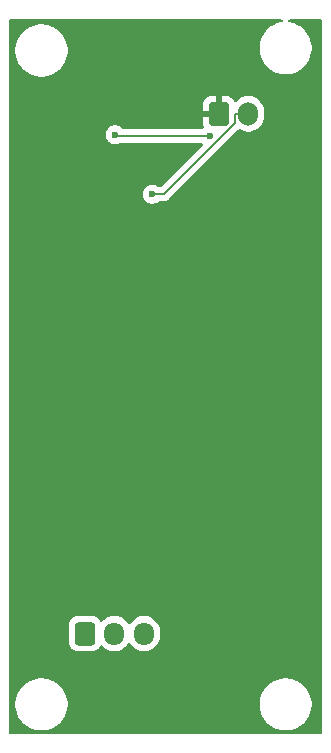
<source format=gbr>
%TF.GenerationSoftware,KiCad,Pcbnew,9.0.4*%
%TF.CreationDate,2025-10-23T14:08:18-04:00*%
%TF.ProjectId,BMS,424d532e-6b69-4636-9164-5f7063625858,rev?*%
%TF.SameCoordinates,Original*%
%TF.FileFunction,Copper,L2,Bot*%
%TF.FilePolarity,Positive*%
%FSLAX46Y46*%
G04 Gerber Fmt 4.6, Leading zero omitted, Abs format (unit mm)*
G04 Created by KiCad (PCBNEW 9.0.4) date 2025-10-23 14:08:18*
%MOMM*%
%LPD*%
G01*
G04 APERTURE LIST*
G04 Aperture macros list*
%AMRoundRect*
0 Rectangle with rounded corners*
0 $1 Rounding radius*
0 $2 $3 $4 $5 $6 $7 $8 $9 X,Y pos of 4 corners*
0 Add a 4 corners polygon primitive as box body*
4,1,4,$2,$3,$4,$5,$6,$7,$8,$9,$2,$3,0*
0 Add four circle primitives for the rounded corners*
1,1,$1+$1,$2,$3*
1,1,$1+$1,$4,$5*
1,1,$1+$1,$6,$7*
1,1,$1+$1,$8,$9*
0 Add four rect primitives between the rounded corners*
20,1,$1+$1,$2,$3,$4,$5,0*
20,1,$1+$1,$4,$5,$6,$7,0*
20,1,$1+$1,$6,$7,$8,$9,0*
20,1,$1+$1,$8,$9,$2,$3,0*%
G04 Aperture macros list end*
%TA.AperFunction,ComponentPad*%
%ADD10RoundRect,0.250000X-0.600000X-0.750000X0.600000X-0.750000X0.600000X0.750000X-0.600000X0.750000X0*%
%TD*%
%TA.AperFunction,ComponentPad*%
%ADD11O,1.700000X2.000000*%
%TD*%
%TA.AperFunction,ComponentPad*%
%ADD12RoundRect,0.250000X-0.600000X-0.725000X0.600000X-0.725000X0.600000X0.725000X-0.600000X0.725000X0*%
%TD*%
%TA.AperFunction,ComponentPad*%
%ADD13O,1.700000X1.950000*%
%TD*%
%TA.AperFunction,ViaPad*%
%ADD14C,0.600000*%
%TD*%
%TA.AperFunction,Conductor*%
%ADD15C,0.200000*%
%TD*%
G04 APERTURE END LIST*
D10*
%TO.P,J2,1,Pin_1*%
%TO.N,GND*%
X151000000Y-69000000D03*
D11*
%TO.P,J2,2,Pin_2*%
%TO.N,Net-(J1-Pin_1)*%
X153500000Y-69000000D03*
%TD*%
D12*
%TO.P,J1,1,Pin_1*%
%TO.N,Net-(J1-Pin_1)*%
X139675000Y-113000000D03*
D13*
%TO.P,J1,2,Pin_2*%
%TO.N,Net-(J1-Pin_2)*%
X142175000Y-113000000D03*
%TO.P,J1,3,Pin_3*%
%TO.N,Net-(J1-Pin_3)*%
X144675000Y-113000000D03*
%TD*%
D14*
%TO.N,Net-(J1-Pin_1)*%
X145368800Y-75807200D03*
%TO.N,GND*%
X157226000Y-78130400D03*
X134467600Y-76149200D03*
X138938000Y-94030800D03*
X134366000Y-69342000D03*
X155041600Y-75285600D03*
X153060400Y-76962000D03*
X134823200Y-108864400D03*
X134467600Y-84226400D03*
X142087600Y-78282800D03*
X140360400Y-87528400D03*
X152146000Y-115316000D03*
X151231600Y-63550800D03*
X147320000Y-80314800D03*
X150114000Y-93116400D03*
X150215600Y-108508800D03*
X147472400Y-86918800D03*
X145542000Y-64363600D03*
X158394400Y-83058000D03*
X157784800Y-109169200D03*
X141478000Y-83312000D03*
X150012400Y-79400400D03*
X157327600Y-113893600D03*
X142595600Y-73812400D03*
X142189200Y-80873600D03*
X147320000Y-69392800D03*
X140817600Y-62890400D03*
X134315200Y-91186000D03*
X147421600Y-91490800D03*
X157784800Y-92659200D03*
X148183600Y-106273600D03*
X147878800Y-71983600D03*
X134315200Y-99110800D03*
%TO.N,Net-(Q1-D)*%
X142228200Y-70776300D03*
X150254800Y-70844400D03*
%TD*%
D15*
%TO.N,Net-(J1-Pin_1)*%
X152348300Y-69791800D02*
X146332900Y-75807200D01*
X152348300Y-69000000D02*
X152348300Y-69791800D01*
X146332900Y-75807200D02*
X145368800Y-75807200D01*
X153500000Y-69000000D02*
X152348300Y-69000000D01*
%TO.N,Net-(Q1-D)*%
X150254800Y-70844400D02*
X142296300Y-70844400D01*
X142296300Y-70844400D02*
X142228200Y-70776300D01*
%TD*%
%TA.AperFunction,Conductor*%
%TO.N,GND*%
G36*
X156376164Y-61020185D02*
G01*
X156421919Y-61072989D01*
X156431863Y-61142147D01*
X156402838Y-61205703D01*
X156344060Y-61243477D01*
X156325312Y-61247438D01*
X156235081Y-61259318D01*
X155955222Y-61334305D01*
X155687547Y-61445180D01*
X155687536Y-61445185D01*
X155436624Y-61590051D01*
X155206770Y-61766423D01*
X155206763Y-61766429D01*
X155001901Y-61971291D01*
X155001895Y-61971298D01*
X154825523Y-62201152D01*
X154680657Y-62452064D01*
X154680652Y-62452075D01*
X154569777Y-62719750D01*
X154494790Y-62999609D01*
X154456972Y-63286854D01*
X154456972Y-63576601D01*
X154483723Y-63779787D01*
X154494790Y-63863847D01*
X154522237Y-63966281D01*
X154569777Y-64143705D01*
X154680652Y-64411380D01*
X154680657Y-64411391D01*
X154710318Y-64462764D01*
X154825520Y-64662299D01*
X154825522Y-64662302D01*
X154825523Y-64662303D01*
X155001895Y-64892157D01*
X155001901Y-64892164D01*
X155206763Y-65097026D01*
X155206769Y-65097031D01*
X155436629Y-65273408D01*
X155597893Y-65366514D01*
X155687536Y-65418270D01*
X155687541Y-65418272D01*
X155687544Y-65418274D01*
X155955221Y-65529150D01*
X156235081Y-65604138D01*
X156522334Y-65641956D01*
X156522341Y-65641956D01*
X156812059Y-65641956D01*
X156812066Y-65641956D01*
X157099319Y-65604138D01*
X157379179Y-65529150D01*
X157646856Y-65418274D01*
X157897771Y-65273408D01*
X158127631Y-65097031D01*
X158332503Y-64892159D01*
X158508880Y-64662299D01*
X158653746Y-64411384D01*
X158764622Y-64143707D01*
X158839610Y-63863847D01*
X158877428Y-63576594D01*
X158877428Y-63286862D01*
X158839610Y-62999609D01*
X158764622Y-62719749D01*
X158653746Y-62452072D01*
X158653744Y-62452069D01*
X158653742Y-62452064D01*
X158601986Y-62362421D01*
X158508880Y-62201157D01*
X158332503Y-61971297D01*
X158332498Y-61971291D01*
X158127636Y-61766429D01*
X158127629Y-61766423D01*
X157897775Y-61590051D01*
X157897774Y-61590050D01*
X157897771Y-61590048D01*
X157797732Y-61532290D01*
X157646863Y-61445185D01*
X157646852Y-61445180D01*
X157379177Y-61334305D01*
X157201753Y-61286765D01*
X157099319Y-61259318D01*
X157009088Y-61247438D01*
X156945193Y-61219172D01*
X156906722Y-61160848D01*
X156905891Y-61090983D01*
X156942963Y-61031760D01*
X157006169Y-61001981D01*
X157025275Y-61000500D01*
X159625500Y-61000500D01*
X159692539Y-61020185D01*
X159738294Y-61072989D01*
X159749500Y-61124500D01*
X159749500Y-121375500D01*
X159729815Y-121442539D01*
X159677011Y-121488294D01*
X159625500Y-121499500D01*
X133374500Y-121499500D01*
X133307461Y-121479815D01*
X133261706Y-121427011D01*
X133250500Y-121375500D01*
X133250500Y-118855126D01*
X133789772Y-118855126D01*
X133789772Y-119144873D01*
X133827590Y-119432118D01*
X133902577Y-119711977D01*
X134013452Y-119979652D01*
X134013457Y-119979663D01*
X134043118Y-120031036D01*
X134158320Y-120230571D01*
X134158322Y-120230574D01*
X134158323Y-120230575D01*
X134334695Y-120460429D01*
X134334701Y-120460436D01*
X134539563Y-120665298D01*
X134539569Y-120665303D01*
X134769429Y-120841680D01*
X134930693Y-120934786D01*
X135020336Y-120986542D01*
X135020341Y-120986544D01*
X135020344Y-120986546D01*
X135288021Y-121097422D01*
X135567881Y-121172410D01*
X135855134Y-121210228D01*
X135855141Y-121210228D01*
X136144859Y-121210228D01*
X136144866Y-121210228D01*
X136432119Y-121172410D01*
X136711979Y-121097422D01*
X136979656Y-120986546D01*
X137230571Y-120841680D01*
X137460431Y-120665303D01*
X137665303Y-120460431D01*
X137841680Y-120230571D01*
X137986546Y-119979656D01*
X138097422Y-119711979D01*
X138172410Y-119432119D01*
X138210228Y-119144866D01*
X138210228Y-118855134D01*
X138210227Y-118855126D01*
X154456972Y-118855126D01*
X154456972Y-119144873D01*
X154494790Y-119432118D01*
X154569777Y-119711977D01*
X154680652Y-119979652D01*
X154680657Y-119979663D01*
X154710318Y-120031036D01*
X154825520Y-120230571D01*
X154825522Y-120230574D01*
X154825523Y-120230575D01*
X155001895Y-120460429D01*
X155001901Y-120460436D01*
X155206763Y-120665298D01*
X155206769Y-120665303D01*
X155436629Y-120841680D01*
X155597893Y-120934786D01*
X155687536Y-120986542D01*
X155687541Y-120986544D01*
X155687544Y-120986546D01*
X155955221Y-121097422D01*
X156235081Y-121172410D01*
X156522334Y-121210228D01*
X156522341Y-121210228D01*
X156812059Y-121210228D01*
X156812066Y-121210228D01*
X157099319Y-121172410D01*
X157379179Y-121097422D01*
X157646856Y-120986546D01*
X157897771Y-120841680D01*
X158127631Y-120665303D01*
X158332503Y-120460431D01*
X158508880Y-120230571D01*
X158653746Y-119979656D01*
X158764622Y-119711979D01*
X158839610Y-119432119D01*
X158877428Y-119144866D01*
X158877428Y-118855134D01*
X158839610Y-118567881D01*
X158764622Y-118288021D01*
X158653746Y-118020344D01*
X158653744Y-118020341D01*
X158653742Y-118020336D01*
X158601986Y-117930693D01*
X158508880Y-117769429D01*
X158332503Y-117539569D01*
X158332498Y-117539563D01*
X158127636Y-117334701D01*
X158127629Y-117334695D01*
X157897775Y-117158323D01*
X157897774Y-117158322D01*
X157897771Y-117158320D01*
X157797732Y-117100562D01*
X157646863Y-117013457D01*
X157646852Y-117013452D01*
X157379177Y-116902577D01*
X157201753Y-116855037D01*
X157099319Y-116827590D01*
X157063412Y-116822862D01*
X156812073Y-116789772D01*
X156812066Y-116789772D01*
X156522334Y-116789772D01*
X156522326Y-116789772D01*
X156235081Y-116827590D01*
X155955222Y-116902577D01*
X155687547Y-117013452D01*
X155687536Y-117013457D01*
X155436624Y-117158323D01*
X155206770Y-117334695D01*
X155206763Y-117334701D01*
X155001901Y-117539563D01*
X155001895Y-117539570D01*
X154825523Y-117769424D01*
X154680657Y-118020336D01*
X154680652Y-118020347D01*
X154569777Y-118288022D01*
X154494790Y-118567881D01*
X154456972Y-118855126D01*
X138210227Y-118855126D01*
X138172410Y-118567881D01*
X138097422Y-118288021D01*
X137986546Y-118020344D01*
X137986544Y-118020341D01*
X137986542Y-118020336D01*
X137934786Y-117930693D01*
X137841680Y-117769429D01*
X137665303Y-117539569D01*
X137665298Y-117539563D01*
X137460436Y-117334701D01*
X137460429Y-117334695D01*
X137230575Y-117158323D01*
X137230574Y-117158322D01*
X137230571Y-117158320D01*
X137130532Y-117100562D01*
X136979663Y-117013457D01*
X136979652Y-117013452D01*
X136711977Y-116902577D01*
X136534553Y-116855037D01*
X136432119Y-116827590D01*
X136396212Y-116822862D01*
X136144873Y-116789772D01*
X136144866Y-116789772D01*
X135855134Y-116789772D01*
X135855126Y-116789772D01*
X135567881Y-116827590D01*
X135288022Y-116902577D01*
X135020347Y-117013452D01*
X135020336Y-117013457D01*
X134769424Y-117158323D01*
X134539570Y-117334695D01*
X134539563Y-117334701D01*
X134334701Y-117539563D01*
X134334695Y-117539570D01*
X134158323Y-117769424D01*
X134013457Y-118020336D01*
X134013452Y-118020347D01*
X133902577Y-118288022D01*
X133827590Y-118567881D01*
X133789772Y-118855126D01*
X133250500Y-118855126D01*
X133250500Y-112224983D01*
X138324500Y-112224983D01*
X138324500Y-113775001D01*
X138324501Y-113775018D01*
X138335000Y-113877796D01*
X138335001Y-113877799D01*
X138380894Y-114016294D01*
X138390186Y-114044334D01*
X138482288Y-114193656D01*
X138606344Y-114317712D01*
X138755666Y-114409814D01*
X138922203Y-114464999D01*
X139024991Y-114475500D01*
X140325008Y-114475499D01*
X140427797Y-114464999D01*
X140594334Y-114409814D01*
X140743656Y-114317712D01*
X140867712Y-114193656D01*
X140959814Y-114044334D01*
X140959814Y-114044331D01*
X140963178Y-114038879D01*
X141015126Y-113992154D01*
X141084088Y-113980931D01*
X141148170Y-114008774D01*
X141156398Y-114016294D01*
X141295213Y-114155109D01*
X141467179Y-114280048D01*
X141467181Y-114280049D01*
X141467184Y-114280051D01*
X141656588Y-114376557D01*
X141858757Y-114442246D01*
X142068713Y-114475500D01*
X142068714Y-114475500D01*
X142281286Y-114475500D01*
X142281287Y-114475500D01*
X142491243Y-114442246D01*
X142693412Y-114376557D01*
X142882816Y-114280051D01*
X142904789Y-114264086D01*
X143054786Y-114155109D01*
X143054788Y-114155106D01*
X143054792Y-114155104D01*
X143205104Y-114004792D01*
X143324683Y-113840204D01*
X143380011Y-113797540D01*
X143449624Y-113791561D01*
X143511420Y-113824166D01*
X143525313Y-113840199D01*
X143627560Y-113980931D01*
X143644896Y-114004792D01*
X143795213Y-114155109D01*
X143967179Y-114280048D01*
X143967181Y-114280049D01*
X143967184Y-114280051D01*
X144156588Y-114376557D01*
X144358757Y-114442246D01*
X144568713Y-114475500D01*
X144568714Y-114475500D01*
X144781286Y-114475500D01*
X144781287Y-114475500D01*
X144991243Y-114442246D01*
X145193412Y-114376557D01*
X145382816Y-114280051D01*
X145404789Y-114264086D01*
X145554786Y-114155109D01*
X145554788Y-114155106D01*
X145554792Y-114155104D01*
X145705104Y-114004792D01*
X145705106Y-114004788D01*
X145705109Y-114004786D01*
X145830048Y-113832820D01*
X145830047Y-113832820D01*
X145830051Y-113832816D01*
X145926557Y-113643412D01*
X145992246Y-113441243D01*
X146025500Y-113231287D01*
X146025500Y-112768713D01*
X145992246Y-112558757D01*
X145926557Y-112356588D01*
X145830051Y-112167184D01*
X145830049Y-112167181D01*
X145830048Y-112167179D01*
X145705109Y-111995213D01*
X145554786Y-111844890D01*
X145382820Y-111719951D01*
X145193414Y-111623444D01*
X145193413Y-111623443D01*
X145193412Y-111623443D01*
X144991243Y-111557754D01*
X144991241Y-111557753D01*
X144991240Y-111557753D01*
X144829957Y-111532208D01*
X144781287Y-111524500D01*
X144568713Y-111524500D01*
X144520042Y-111532208D01*
X144358760Y-111557753D01*
X144156585Y-111623444D01*
X143967179Y-111719951D01*
X143795213Y-111844890D01*
X143644894Y-111995209D01*
X143644890Y-111995214D01*
X143525318Y-112159793D01*
X143469989Y-112202459D01*
X143400375Y-112208438D01*
X143338580Y-112175833D01*
X143324682Y-112159793D01*
X143205109Y-111995214D01*
X143205105Y-111995209D01*
X143054786Y-111844890D01*
X142882820Y-111719951D01*
X142693414Y-111623444D01*
X142693413Y-111623443D01*
X142693412Y-111623443D01*
X142491243Y-111557754D01*
X142491241Y-111557753D01*
X142491240Y-111557753D01*
X142329957Y-111532208D01*
X142281287Y-111524500D01*
X142068713Y-111524500D01*
X142020042Y-111532208D01*
X141858760Y-111557753D01*
X141656585Y-111623444D01*
X141467179Y-111719951D01*
X141295215Y-111844889D01*
X141156398Y-111983706D01*
X141095075Y-112017190D01*
X141025383Y-112012206D01*
X140969450Y-111970334D01*
X140963178Y-111961120D01*
X140867712Y-111806344D01*
X140743657Y-111682289D01*
X140743656Y-111682288D01*
X140594334Y-111590186D01*
X140427797Y-111535001D01*
X140427795Y-111535000D01*
X140325010Y-111524500D01*
X139024998Y-111524500D01*
X139024981Y-111524501D01*
X138922203Y-111535000D01*
X138922200Y-111535001D01*
X138755668Y-111590185D01*
X138755663Y-111590187D01*
X138606342Y-111682289D01*
X138482289Y-111806342D01*
X138390187Y-111955663D01*
X138390185Y-111955668D01*
X138385325Y-111970334D01*
X138335001Y-112122203D01*
X138335001Y-112122204D01*
X138335000Y-112122204D01*
X138324500Y-112224983D01*
X133250500Y-112224983D01*
X133250500Y-70697453D01*
X141427700Y-70697453D01*
X141427700Y-70855146D01*
X141458461Y-71009789D01*
X141458464Y-71009801D01*
X141518802Y-71155472D01*
X141518809Y-71155485D01*
X141606410Y-71286588D01*
X141606413Y-71286592D01*
X141717907Y-71398086D01*
X141717911Y-71398089D01*
X141849014Y-71485690D01*
X141849027Y-71485697D01*
X141994698Y-71546035D01*
X141994703Y-71546037D01*
X142149353Y-71576799D01*
X142149356Y-71576800D01*
X142149358Y-71576800D01*
X142307044Y-71576800D01*
X142307045Y-71576799D01*
X142461697Y-71546037D01*
X142607379Y-71485694D01*
X142637155Y-71465797D01*
X142703833Y-71444920D01*
X142706046Y-71444900D01*
X149546602Y-71444900D01*
X149613641Y-71464585D01*
X149659396Y-71517389D01*
X149669340Y-71586547D01*
X149640315Y-71650103D01*
X149634283Y-71656581D01*
X146120484Y-75170381D01*
X146093556Y-75185084D01*
X146067738Y-75201677D01*
X146061537Y-75202568D01*
X146059161Y-75203866D01*
X146032803Y-75206700D01*
X145948566Y-75206700D01*
X145881527Y-75187015D01*
X145879675Y-75185802D01*
X145747985Y-75097809D01*
X145747972Y-75097802D01*
X145602301Y-75037464D01*
X145602289Y-75037461D01*
X145447645Y-75006700D01*
X145447642Y-75006700D01*
X145289958Y-75006700D01*
X145289955Y-75006700D01*
X145135310Y-75037461D01*
X145135298Y-75037464D01*
X144989627Y-75097802D01*
X144989614Y-75097809D01*
X144858511Y-75185410D01*
X144858507Y-75185413D01*
X144747013Y-75296907D01*
X144747010Y-75296911D01*
X144659409Y-75428014D01*
X144659402Y-75428027D01*
X144599064Y-75573698D01*
X144599061Y-75573710D01*
X144568300Y-75728353D01*
X144568300Y-75886046D01*
X144599061Y-76040689D01*
X144599064Y-76040701D01*
X144659402Y-76186372D01*
X144659409Y-76186385D01*
X144747010Y-76317488D01*
X144747013Y-76317492D01*
X144858507Y-76428986D01*
X144858511Y-76428989D01*
X144989614Y-76516590D01*
X144989627Y-76516597D01*
X145135298Y-76576935D01*
X145135303Y-76576937D01*
X145289953Y-76607699D01*
X145289956Y-76607700D01*
X145289958Y-76607700D01*
X145447644Y-76607700D01*
X145447645Y-76607699D01*
X145602297Y-76576937D01*
X145747979Y-76516594D01*
X145747985Y-76516590D01*
X145879675Y-76428598D01*
X145946353Y-76407720D01*
X145948566Y-76407700D01*
X146246231Y-76407700D01*
X146246247Y-76407701D01*
X146253843Y-76407701D01*
X146411954Y-76407701D01*
X146411957Y-76407701D01*
X146564685Y-76366777D01*
X146614804Y-76337839D01*
X146701616Y-76287720D01*
X146813420Y-76175916D01*
X146813420Y-76175914D01*
X146823628Y-76165707D01*
X146823630Y-76165704D01*
X152657001Y-70332332D01*
X152718322Y-70298849D01*
X152788014Y-70303833D01*
X152800971Y-70309528D01*
X152981588Y-70401557D01*
X153183757Y-70467246D01*
X153393713Y-70500500D01*
X153393714Y-70500500D01*
X153606286Y-70500500D01*
X153606287Y-70500500D01*
X153816243Y-70467246D01*
X154018412Y-70401557D01*
X154207816Y-70305051D01*
X154252867Y-70272320D01*
X154379786Y-70180109D01*
X154379788Y-70180106D01*
X154379792Y-70180104D01*
X154530104Y-70029792D01*
X154530106Y-70029788D01*
X154530109Y-70029786D01*
X154655048Y-69857820D01*
X154655047Y-69857820D01*
X154655051Y-69857816D01*
X154751557Y-69668412D01*
X154817246Y-69466243D01*
X154850500Y-69256287D01*
X154850500Y-68743713D01*
X154817246Y-68533757D01*
X154751557Y-68331588D01*
X154655051Y-68142184D01*
X154655049Y-68142181D01*
X154655048Y-68142179D01*
X154530109Y-67970213D01*
X154379786Y-67819890D01*
X154207820Y-67694951D01*
X154018414Y-67598444D01*
X154018413Y-67598443D01*
X154018412Y-67598443D01*
X153816243Y-67532754D01*
X153816241Y-67532753D01*
X153816240Y-67532753D01*
X153654957Y-67507208D01*
X153606287Y-67499500D01*
X153393713Y-67499500D01*
X153345042Y-67507208D01*
X153183760Y-67532753D01*
X152981585Y-67598444D01*
X152792179Y-67694951D01*
X152620215Y-67819889D01*
X152481035Y-67959069D01*
X152419712Y-67992553D01*
X152350020Y-67987569D01*
X152294087Y-67945697D01*
X152287815Y-67936484D01*
X152192315Y-67781654D01*
X152068345Y-67657684D01*
X151919124Y-67565643D01*
X151919119Y-67565641D01*
X151752697Y-67510494D01*
X151752690Y-67510493D01*
X151649986Y-67500000D01*
X151250000Y-67500000D01*
X151250000Y-68566988D01*
X151192993Y-68534075D01*
X151065826Y-68500000D01*
X150934174Y-68500000D01*
X150807007Y-68534075D01*
X150750000Y-68566988D01*
X150750000Y-67500000D01*
X150350028Y-67500000D01*
X150350012Y-67500001D01*
X150247302Y-67510494D01*
X150080880Y-67565641D01*
X150080875Y-67565643D01*
X149931654Y-67657684D01*
X149807684Y-67781654D01*
X149715643Y-67930875D01*
X149715641Y-67930880D01*
X149660494Y-68097302D01*
X149660493Y-68097309D01*
X149650000Y-68200013D01*
X149650000Y-68750000D01*
X150566988Y-68750000D01*
X150534075Y-68807007D01*
X150500000Y-68934174D01*
X150500000Y-69065826D01*
X150534075Y-69192993D01*
X150566988Y-69250000D01*
X149650001Y-69250000D01*
X149650001Y-69799986D01*
X149660494Y-69902697D01*
X149717914Y-70075977D01*
X149716254Y-70076526D01*
X149725377Y-70136568D01*
X149696859Y-70200353D01*
X149638384Y-70238595D01*
X149602502Y-70243900D01*
X142879240Y-70243900D01*
X142812201Y-70224215D01*
X142791558Y-70207580D01*
X142738492Y-70154513D01*
X142738488Y-70154510D01*
X142607385Y-70066909D01*
X142607372Y-70066902D01*
X142461701Y-70006564D01*
X142461689Y-70006561D01*
X142307045Y-69975800D01*
X142307042Y-69975800D01*
X142149358Y-69975800D01*
X142149355Y-69975800D01*
X141994710Y-70006561D01*
X141994698Y-70006564D01*
X141849027Y-70066902D01*
X141849014Y-70066909D01*
X141717911Y-70154510D01*
X141717907Y-70154513D01*
X141606413Y-70266007D01*
X141606410Y-70266011D01*
X141518809Y-70397114D01*
X141518802Y-70397127D01*
X141458464Y-70542798D01*
X141458461Y-70542810D01*
X141427700Y-70697453D01*
X133250500Y-70697453D01*
X133250500Y-63490054D01*
X133781372Y-63490054D01*
X133781372Y-63779801D01*
X133819190Y-64067046D01*
X133894177Y-64346905D01*
X134005052Y-64614580D01*
X134005057Y-64614591D01*
X134034718Y-64665964D01*
X134149920Y-64865499D01*
X134149922Y-64865502D01*
X134149923Y-64865503D01*
X134326295Y-65095357D01*
X134326301Y-65095364D01*
X134531163Y-65300226D01*
X134531169Y-65300231D01*
X134761029Y-65476608D01*
X134922293Y-65569714D01*
X135011936Y-65621470D01*
X135011941Y-65621472D01*
X135011944Y-65621474D01*
X135279621Y-65732350D01*
X135559481Y-65807338D01*
X135846734Y-65845156D01*
X135846741Y-65845156D01*
X136136459Y-65845156D01*
X136136466Y-65845156D01*
X136423719Y-65807338D01*
X136703579Y-65732350D01*
X136971256Y-65621474D01*
X137222171Y-65476608D01*
X137452031Y-65300231D01*
X137656903Y-65095359D01*
X137833280Y-64865499D01*
X137978146Y-64614584D01*
X138089022Y-64346907D01*
X138164010Y-64067047D01*
X138201828Y-63779794D01*
X138201828Y-63490062D01*
X138164010Y-63202809D01*
X138089022Y-62922949D01*
X137978146Y-62655272D01*
X137978144Y-62655269D01*
X137978142Y-62655264D01*
X137926386Y-62565621D01*
X137833280Y-62404357D01*
X137719374Y-62255911D01*
X137656904Y-62174498D01*
X137656898Y-62174491D01*
X137452036Y-61969629D01*
X137452029Y-61969623D01*
X137222175Y-61793251D01*
X137222174Y-61793250D01*
X137222171Y-61793248D01*
X137122132Y-61735490D01*
X136971263Y-61648385D01*
X136971252Y-61648380D01*
X136703577Y-61537505D01*
X136526153Y-61489965D01*
X136423719Y-61462518D01*
X136387812Y-61457790D01*
X136136473Y-61424700D01*
X136136466Y-61424700D01*
X135846734Y-61424700D01*
X135846726Y-61424700D01*
X135559481Y-61462518D01*
X135279622Y-61537505D01*
X135011947Y-61648380D01*
X135011936Y-61648385D01*
X134761024Y-61793251D01*
X134531170Y-61969623D01*
X134531163Y-61969629D01*
X134326301Y-62174491D01*
X134326295Y-62174498D01*
X134149923Y-62404352D01*
X134005057Y-62655264D01*
X134005052Y-62655275D01*
X133894177Y-62922950D01*
X133819190Y-63202809D01*
X133781372Y-63490054D01*
X133250500Y-63490054D01*
X133250500Y-61124500D01*
X133270185Y-61057461D01*
X133322989Y-61011706D01*
X133374500Y-61000500D01*
X156309125Y-61000500D01*
X156376164Y-61020185D01*
G37*
%TD.AperFunction*%
%TD*%
M02*

</source>
